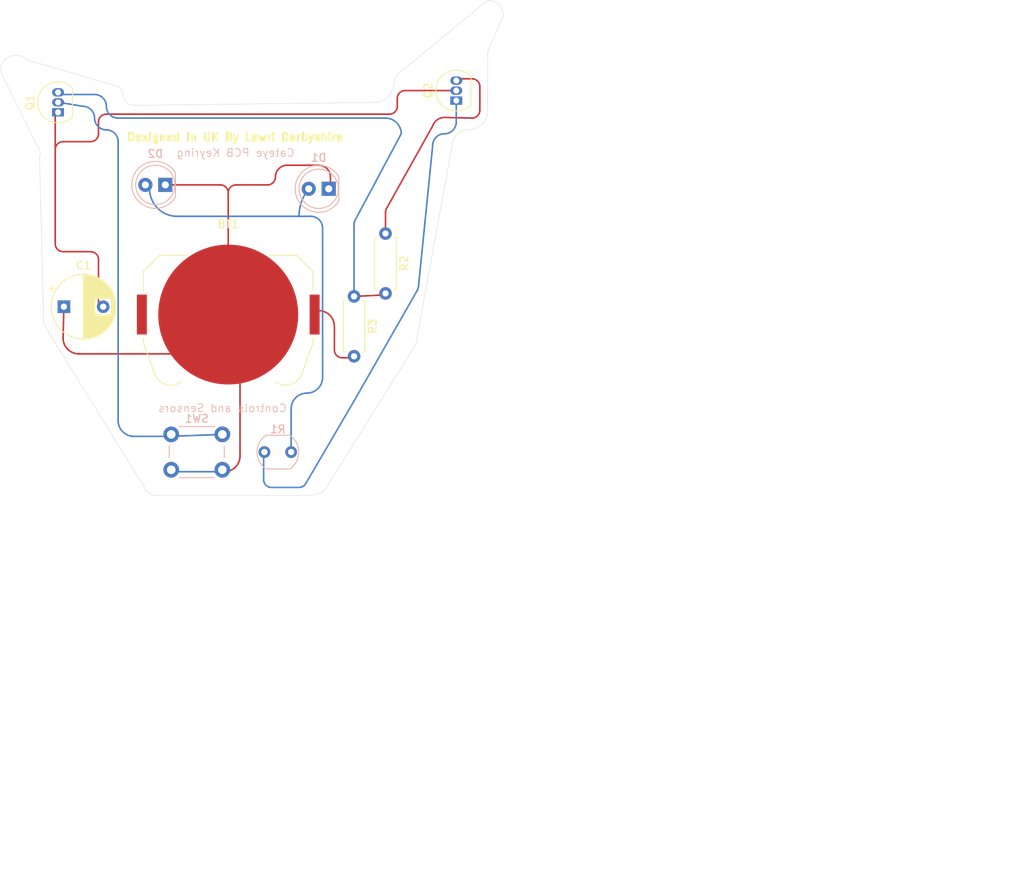
<source format=kicad_pcb>
(kicad_pcb (version 20240108) (generator "pcbnew") (generator_version "8.0")
  (layers (0 "F.Cu" signal) (31 "B.Cu" signal) (34 "B.Paste" user) (35 "F.Paste" user) (36 "B.SilkS" user "B.Silkscreen") (37 "F.SilkS" user "F.Silkscreen") (38 "B.Mask" user) (39 "F.Mask" user) (44 "Edge.Cuts" user))
  (net 0 "")
  (net 1 "Net-(Q1-C)")
  (net 2 "Net-(Q1-B)")
  (net 3 "Net-(Q1-E)")
  (net 4 "Net-(Q2-C)")
  (net 5 "/TO LOAD")
  (net 6 "/GND")
  (net 7 "Net-(BT1-+)")
  (net 8 "Net-(D1-A)")
  (footprint "Capacitor_THT:CP_Radial_D8.0mm_P5.00mm" (layer "F.Cu") (at 60.597349 58.5)
    (property "Reference" "C1" (at 2.5 -5.25 0) (layer "F.SilkS"))
    (property "Value" "C")
    (fp_line (start -1.909698 -2.315) (end -1.109698 -2.315) (stroke (width 0.12)) (layer "F.SilkS"))
    (fp_line (start -1.509698 -2.715) (end -1.509698 -1.915) (stroke (width 0.12)) (layer "F.SilkS"))
    (fp_line (start 2.5 -4.08) (end 2.5 4.08) (stroke (width 0.12)) (layer "F.SilkS"))
    (fp_line (start 2.54 -4.08) (end 2.54 4.08) (stroke (width 0.12)) (layer "F.SilkS"))
    (fp_line (start 2.58 -4.08) (end 2.58 4.08) (stroke (width 0.12)) (layer "F.SilkS"))
    (fp_line (start 2.62 -4.079) (end 2.62 4.079) (stroke (width 0.12)) (layer "F.SilkS"))
    (fp_line (start 2.66 -4.077) (end 2.66 4.077) (stroke (width 0.12)) (layer "F.SilkS"))
    (fp_line (start 2.7 -4.076) (end 2.7 4.076) (stroke (width 0.12)) (layer "F.SilkS"))
    (fp_line (start 2.74 -4.074) (end 2.74 4.074) (stroke (width 0.12)) (layer "F.SilkS"))
    (fp_line (start 2.78 -4.071) (end 2.78 4.071) (stroke (width 0.12)) (layer "F.SilkS"))
    (fp_line (start 2.82 -4.068) (end 2.82 4.068) (stroke (width 0.12)) (layer "F.SilkS"))
    (fp_line (start 2.86 -4.065) (end 2.86 4.065) (stroke (width 0.12)) (layer "F.SilkS"))
    (fp_line (start 2.9 -4.061) (end 2.9 4.061) (stroke (width 0.12)) (layer "F.SilkS"))
    (fp_line (start 2.94 -4.057) (end 2.94 4.057) (stroke (width 0.12)) (layer "F.SilkS"))
    (fp_line (start 2.98 -4.052) (end 2.98 4.052) (stroke (width 0.12)) (layer "F.SilkS"))
    (fp_line (start 3.02 -4.048) (end 3.02 4.048) (stroke (width 0.12)) (layer "F.SilkS"))
    (fp_line (start 3.06 -4.042) (end 3.06 4.042) (stroke (width 0.12)) (layer "F.SilkS"))
    (fp_line (start 3.1 -4.037) (end 3.1 4.037) (stroke (width 0.12)) (layer "F.SilkS"))
    (fp_line (start 3.14 -4.03) (end 3.14 4.03) (stroke (width 0.12)) (layer "F.SilkS"))
    (fp_line (start 3.18 -4.024) (end 3.18 4.024) (stroke (width 0.12)) (layer "F.SilkS"))
    (fp_line (start 3.221 -4.017) (end 3.221 4.017) (stroke (width 0.12)) (layer "F.SilkS"))
    (fp_line (start 3.261 -4.01) (end 3.261 4.01) (stroke (width 0.12)) (layer "F.SilkS"))
    (fp_line (start 3.301 -4.002) (end 3.301 4.002) (stroke (width 0.12)) (layer "F.SilkS"))
    (fp_line (start 3.341 -3.994) (end 3.341 3.994) (stroke (width 0.12)) (layer "F.SilkS"))
    (fp_line (start 3.381 -3.985) (end 3.381 3.985) (stroke (width 0.12)) (layer "F.SilkS"))
    (fp_line (start 3.421 -3.976) (end 3.421 3.976) (stroke (width 0.12)) (layer "F.SilkS"))
    (fp_line (start 3.461 -3.967) (end 3.461 3.967) (stroke (width 0.12)) (layer "F.SilkS"))
    (fp_line (start 3.501 -3.957) (end 3.501 3.957) (stroke (width 0.12)) (layer "F.SilkS"))
    (fp_line (start 3.541 -3.947) (end 3.541 3.947) (stroke (width 0.12)) (layer "F.SilkS"))
    (fp_line (start 3.581 -3.936) (end 3.581 3.936) (stroke (width 0.12)) (layer "F.SilkS"))
    (fp_line (start 3.621 -3.925) (end 3.621 3.925) (stroke (width 0.12)) (layer "F.SilkS"))
    (fp_line (start 3.661 -3.914) (end 3.661 3.914) (stroke (width 0.12)) (layer "F.SilkS"))
    (fp_line (start 3.701 -3.902) (end 3.701 3.902) (stroke (width 0.12)) (layer "F.SilkS"))
    (fp_line (start 3.741 -3.889) (end 3.741 3.889) (stroke (width 0.12)) (layer "F.SilkS"))
    (fp_line (start 3.781 -3.877) (end 3.781 3.877) (stroke (width 0.12)) (layer "F.SilkS"))
    (fp_line (start 3.821 -3.863) (end 3.821 3.863) (stroke (width 0.12)) (layer "F.SilkS"))
    (fp_line (start 3.861 -3.85) (end 3.861 3.85) (stroke (width 0.12)) (layer "F.SilkS"))
    (fp_line (start 3.901 -3.835) (end 3.901 3.835) (stroke (width 0.12)) (layer "F.SilkS"))
    (fp_line (start 3.941 -3.821) (end 3.941 3.821) (stroke (width 0.12)) (layer "F.SilkS"))
    (fp_line (start 3.981 -3.805) (end 3.981 -1.04) (stroke (width 0.12)) (layer "F.SilkS"))
    (fp_line (start 3.981 1.04) (end 3.981 3.805) (stroke (width 0.12)) (layer "F.SilkS"))
    (fp_line (start 4.021 -3.79) (end 4.021 -1.04) (stroke (width 0.12)) (layer "F.SilkS"))
    (fp_line (start 4.021 1.04) (end 4.021 3.79) (stroke (width 0.12)) (layer "F.SilkS"))
    (fp_line (start 4.061 -3.774) (end 4.061 -1.04) (stroke (width 0.12)) (layer "F.SilkS"))
    (fp_line (start 4.061 1.04) (end 4.061 3.774) (stroke (width 0.12)) (layer "F.SilkS"))
    (fp_line (start 4.101 -3.757) (end 4.101 -1.04) (stroke (width 0.12)) (layer "F.SilkS"))
    (fp_line (start 4.101 1.04) (end 4.101 3.757) (stroke (width 0.12)) (layer "F.SilkS"))
    (fp_line (start 4.141 -3.74) (end 4.141 -1.04) (stroke (width 0.12)) (layer "F.SilkS"))
    (fp_line (start 4.141 1.04) (end 4.141 3.74) (stroke (width 0.12)) (layer "F.SilkS"))
    (fp_line (start 4.181 -3.722) (end 4.181 -1.04) (stroke (width 0.12)) (layer "F.SilkS"))
    (fp_line (start 4.181 1.04) (end 4.181 3.722) (stroke (width 0.12)) (layer "F.SilkS"))
    (fp_line (start 4.221 -3.704) (end 4.221 -1.04) (stroke (width 0.12)) (layer "F.SilkS"))
    (fp_line (start 4.221 1.04) (end 4.221 3.704) (stroke (width 0.12)) (layer "F.SilkS"))
    (fp_line (start 4.261 -3.686) (end 4.261 -1.04) (stroke (width 0.12)) (layer "F.SilkS"))
    (fp_line (start 4.261 1.04) (end 4.261 3.686) (stroke (width 0.12)) (layer "F.SilkS"))
    (fp_line (start 4.301 -3.666) (end 4.301 -1.04) (stroke (width 0.12)) (layer "F.SilkS"))
    (fp_line (start 4.301 1.04) (end 4.301 3.666) (stroke (width 0.12)) (layer "F.SilkS"))
    (fp_line (start 4.341 -3.647) (end 4.341 -1.04) (stroke (width 0.12)) (layer "F.SilkS"))
    (fp_line (start 4.341 1.04) (end 4.341 3.647) (stroke (width 0.12)) (layer "F.SilkS"))
    (fp_line (start 4.381 -3.627) (end 4.381 -1.04) (stroke (width 0.12)) (layer "F.SilkS"))
    (fp_line (start 4.381 1.04) (end 4.381 3.627) (stroke (width 0.12)) (layer "F.SilkS"))
    (fp_line (start 4.421 -3.606) (end 4.421 -1.04) (stroke (width 0.12)) (layer "F.SilkS"))
    (fp_line (start 4.421 1.04) (end 4.421 3.606) (stroke (width 0.12)) (layer "F.SilkS"))
    (fp_line (start 4.461 -3.584) (end 4.461 -1.04) (stroke (width 0.12)) (layer "F.SilkS"))
    (fp_line (start 4.461 1.04) (end 4.461 3.584) (stroke (width 0.12)) (layer "F.SilkS"))
    (fp_line (start 4.501 -3.562) (end 4.501 -1.04) (stroke (width 0.12)) (layer "F.SilkS"))
    (fp_line (start 4.501 1.04) (end 4.501 3.562) (stroke (width 0.12)) (layer "F.SilkS"))
    (fp_line (start 4.541 -3.54) (end 4.541 -1.04) (stroke (width 0.12)) (layer "F.SilkS"))
    (fp_line (start 4.541 1.04) (end 4.541 3.54) (stroke (width 0.12)) (layer "F.SilkS"))
    (fp_line (start 4.581 -3.517) (end 4.581 -1.04) (stroke (width 0.12)) (layer "F.SilkS"))
    (fp_line (start 4.581 1.04) (end 4.581 3.517) (stroke (width 0.12)) (layer "F.SilkS"))
    (fp_line (start 4.621 -3.493) (end 4.621 -1.04) (stroke (width 0.12)) (layer "F.SilkS"))
    (fp_line (start 4.621 1.04) (end 4.621 3.493) (stroke (width 0.12)) (layer "F.SilkS"))
    (fp_line (start 4.661 -3.469) (end 4.661 -1.04) (stroke (width 0.12)) (layer "F.SilkS"))
    (fp_line (start 4.661 1.04) (end 4.661 3.469) (stroke (width 0.12)) (layer "F.SilkS"))
    (fp_line (start 4.701 -3.444) (end 4.701 -1.04) (stroke (width 0.12)) (layer "F.SilkS"))
    (fp_line (start 4.701 1.04) (end 4.701 3.444) (stroke (width 0.12)) (layer "F.SilkS"))
    (fp_line (start 4.741 -3.418) (end 4.741 -1.04) (stroke (width 0.12)) (layer "F.SilkS"))
    (fp_line (start 4.741 1.04) (end 4.741 3.418) (stroke (width 0.12)) (layer "F.SilkS"))
    (fp_line (start 4.781 -3.392) (end 4.781 -1.04) (stroke (width 0.12)) (layer "F.SilkS"))
    (fp_line (start 4.781 1.04) (end 4.781 3.392) (stroke (width 0.12)) (layer "F.SilkS"))
    (fp_line (start 4.821 -3.365) (end 4.821 -1.04) (stroke (width 0.12)) (layer "F.SilkS"))
    (fp_line (start 4.821 1.04) (end 4.821 3.365) (stroke (width 0.12)) (layer "F.SilkS"))
    (fp_line (start 4.861 -3.338) (end 4.861 -1.04) (stroke (width 0.12)) (layer "F.SilkS"))
    (fp_line (start 4.861 1.04) (end 4.861 3.338) (stroke (width 0.12)) (layer "F.SilkS"))
    (fp_line (start 4.901 -3.309) (end 4.901 -1.04) (stroke (width 0.12)) (layer "F.SilkS"))
    (fp_line (start 4.901 1.04) (end 4.901 3.309) (stroke (width 0.12)) (layer "F.SilkS"))
    (fp_line (start 4.941 -3.28) (end 4.941 -1.04) (stroke (width 0.12)) (layer "F.SilkS"))
    (fp_line (start 4.941 1.04) (end 4.941 3.28) (stroke (width 0.12)) (layer "F.SilkS"))
    (fp_line (start 4.981 -3.25) (end 4.981 -1.04) (stroke (width 0.12)) (layer "F.SilkS"))
    (fp_line (start 4.981 1.04) (end 4.981 3.25) (stroke (width 0.12)) (layer "F.SilkS"))
    (fp_line (start 5.021 -3.22) (end 5.021 -1.04) (stroke (width 0.12)) (layer "F.SilkS"))
    (fp_line (start 5.021 1.04) (end 5.021 3.22) (stroke (width 0.12)) (layer "F.SilkS"))
    (fp_line (start 5.061 -3.189) (end 5.061 -1.04) (stroke (width 0.12)) (layer "F.SilkS"))
    (fp_line (start 5.061 1.04) (end 5.061 3.189) (stroke (width 0.12)) (layer "F.SilkS"))
    (fp_line (start 5.101 -3.156) (end 5.101 -1.04) (stroke (width 0.12)) (layer "F.SilkS"))
    (fp_line (start 5.101 1.04) (end 5.101 3.156) (stroke (width 0.12)) (layer "F.SilkS"))
    (fp_line (start 5.141 -3.124) (end 5.141 -1.04) (stroke (width 0.12)) (layer "F.SilkS"))
    (fp_line (start 5.141 1.04) (end 5.141 3.124) (stroke (width 0.12)) (layer "F.SilkS"))
    (fp_line (start 5.181 -3.09) (end 5.181 -1.04) (stroke (width 0.12)) (layer "F.SilkS"))
    (fp_line (start 5.181 1.04) (end 5.181 3.09) (stroke (width 0.12)) (layer "F.SilkS"))
    (fp_line (start 5.221 -3.055) (end 5.221 -1.04) (stroke (width 0.12)) (layer "F.SilkS"))
    (fp_line (start 5.221 1.04) (end 5.221 3.055) (stroke (width 0.12)) (layer "F.SilkS"))
    (fp_line (start 5.261 -3.019) (end 5.261 -1.04) (stroke (width 0.12)) (layer "F.SilkS"))
    (fp_line (start 5.261 1.04) (end 5.261 3.019) (stroke (width 0.12)) (layer "F.SilkS"))
    (fp_line (start 5.301 -2.983) (end 5.301 -1.04) (stroke (width 0.12)) (layer "F.SilkS"))
    (fp_line (start 5.301 1.04) (end 5.301 2.983) (stroke (width 0.12)) (layer "F.SilkS"))
    (fp_line (start 5.341 -2.945) (end 5.341 -1.04) (stroke (width 0.12)) (layer "F.SilkS"))
    (fp_line (start 5.341 1.04) (end 5.341 2.945) (stroke (width 0.12)) (layer "F.SilkS"))
    (fp_line (start 5.381 -2.907) (end 5.381 -1.04) (stroke (width 0.12)) (layer "F.SilkS"))
    (fp_line (start 5.381 1.04) (end 5.381 2.907) (stroke (width 0.12)) (layer "F.SilkS"))
    (fp_line (start 5.421 -2.867) (end 5.421 -1.04) (stroke (width 0.12)) (layer "F.SilkS"))
    (fp_line (start 5.421 1.04) (end 5.421 2.867) (stroke (width 0.12)) (layer "F.SilkS"))
    (fp_line (start 5.461 -2.826) (end 5.461 -1.04) (stroke (width 0.12)) (layer "F.SilkS"))
    (fp_line (start 5.461 1.04) (end 5.461 2.826) (stroke (width 0.12)) (layer "F.SilkS"))
    (fp_line (start 5.501 -2.784) (end 5.501 -1.04) (stroke (width 0.12)) (layer "F.SilkS"))
    (fp_line (start 5.501 1.04) (end 5.501 2.784) (stroke (width 0.12)) (layer "F.SilkS"))
    (fp_line (start 5.541 -2.741) (end 5.541 -1.04) (stroke (width 0.12)) (layer "F.SilkS"))
    (fp_line (start 5.541 1.04) (end 5.541 2.741) (stroke (width 0.12)) (layer "F.SilkS"))
    (fp_line (start 5.581 -2.697) (end 5.581 -1.04) (stroke (width 0.12)) (layer "F.SilkS"))
    (fp_line (start 5.581 1.04) (end 5.581 2.697) (stroke (width 0.12)) (layer "F.SilkS"))
    (fp_line (start 5.621 -2.651) (end 5.621 -1.04) (stroke (width 0.12)) (layer "F.SilkS"))
    (fp_line (start 5.621 1.04) (end 5.621 2.651) (stroke (width 0.12)) (layer "F.SilkS"))
    (fp_line (start 5.661 -2.604) (end 5.661 -1.04) (stroke (width 0.12)) (layer "F.SilkS"))
    (fp_line (start 5.661 1.04) (end 5.661 2.604) (stroke (width 0.12)) (layer "F.SilkS"))
    (fp_line (start 5.701 -2.556) (end 5.701 -1.04) (stroke (width 0.12)) (layer "F.SilkS"))
    (fp_line (start 5.701 1.04) (end 5.701 2.556) (stroke (width 0.12)) (layer "F.SilkS"))
    (fp_line (start 5.741 -2.505) (end 5.741 -1.04) (stroke (width 0.12)) (layer "F.SilkS"))
    (fp_line (start 5.741 1.04) (end 5.741 2.505) (stroke (width 0.12)) (layer "F.SilkS"))
    (fp_line (start 5.781 -2.454) (end 5.781 -1.04) (stroke (width 0.12)) (layer "F.SilkS"))
    (fp_line (start 5.781 1.04) (end 5.781 2.454) (stroke (width 0.12)) (layer "F.SilkS"))
    (fp_line (start 5.821 -2.4) (end 5.821 -1.04) (stroke (width 0.12)) (layer "F.SilkS"))
    (fp_line (start 5.821 1.04) (end 5.821 2.4) (stroke (width 0.12)) (layer "F.SilkS"))
    (fp_line (start 5.861 -2.345) (end 5.861 -1.04) (stroke (width 0.12)) (layer "F.SilkS"))
    (fp_line (start 5.861 1.04) (end 5.861 2.345) (stroke (width 0.12)) (layer "F.SilkS"))
    (fp_line (start 5.901 -2.287) (end 5.901 -1.04) (stroke (width 0.12)) (layer "F.SilkS"))
    (fp_line (start 5.901 1.04) (end 5.901 2.287) (stroke (width 0.12)) (layer "F.SilkS"))
    (fp_line (start 5.941 -2.228) (end 5.941 -1.04) (stroke (width 0.12)) (layer "F.SilkS"))
    (fp_line (start 5.941 1.04) (end 5.941 2.228) (stroke (width 0.12)) (layer "F.SilkS"))
    (fp_line (start 5.981 -2.166) (end 5.981 -1.04) (stroke (width 0.12)) (layer "F.SilkS"))
    (fp_line (start 5.981 1.04) (end 5.981 2.166) (stroke (width 0.12)) (layer "F.SilkS"))
    (fp_line (start 6.021 -2.102) (end 6.021 -1.04) (stroke (width 0.12)) (layer "F.SilkS"))
    (fp_line (start 6.021 1.04) (end 6.021 2.102) (stroke (width 0.12)) (layer "F.SilkS"))
    (fp_line (start 6.061 -2.034) (end 6.061 2.034) (stroke (width 0.12)) (layer "F.SilkS"))
    (fp_line (start 6.101 -1.964) (end 6.101 1.964) (stroke (width 0.12)) (layer "F.SilkS"))
    (fp_line (start 6.141 -1.89) (end 6.141 1.89) (stroke (width 0.12)) (layer "F.SilkS"))
    (fp_line (start 6.181 -1.813) (end 6.181 1.813) (stroke (width 0.12)) (layer "F.SilkS"))
    (fp_line (start 6.221 -1.731) (end 6.221 1.731) (stroke (width 0.12)) (layer "F.SilkS"))
    (fp_line (start 6.261 -1.645) (end 6.261 1.645) (stroke (width 0.12)) (layer "F.SilkS"))
    (fp_line (start 6.301 -1.552) (end 6.301 1.552) (stroke (width 0.12)) (layer "F.SilkS"))
    (fp_line (start 6.341 -1.453) (end 6.341 1.453) (stroke (width 0.12)) (layer "F.SilkS"))
    (fp_line (start 6.381 -1.346) (end 6.381 1.346) (stroke (width 0.12)) (layer "F.SilkS"))
    (fp_line (start 6.421 -1.229) (end 6.421 1.229) (stroke (width 0.12)) (layer "F.SilkS"))
    (fp_line (start 6.461 -1.098) (end 6.461 1.098) (stroke (width 0.12)) (layer "F.SilkS"))
    (fp_line (start 6.501 -0.948) (end 6.501 0.948) (stroke (width 0.12)) (layer "F.SilkS"))
    (fp_line (start 6.541 -0.768) (end 6.541 0.768) (stroke (width 0.12)) (layer "F.SilkS"))
    (fp_line (start 6.581 -0.533) (end 6.581 0.533) (stroke (width 0.12)) (layer "F.SilkS"))
    (fp_circle (center 2.5 0) (end 6.62 0) (stroke (width 0.12)) (fill none) (layer "F.SilkS"))
    (pad "1" thru_hole rect (at 0 0) (size 1.6 1.6) (drill 0.8) (layers "*.Cu" "*.Mask") (net 6 "/GND"))
    (pad "2" thru_hole circle (at 5 0) (size 1.6 1.6) (drill 0.8) (layers "*.Cu" "*.Mask") (net 3 "Net-(Q1-E)"))
  )
  (footprint "Package_TO_SOT_THT:TO-92_Inline" (layer "F.Cu") (at 59.86 33.77 90)
    (property "Reference" "Q1" (at 1.27 -3.56 90) (layer "F.SilkS"))
    (property "Value" "2N3904")
    (fp_line (start -0.53 1.85) (end 3.07 1.85) (stroke (width 0.12)) (layer "F.SilkS"))
    (fp_arc (start 1.27 -2.6) (mid 3.672087 -0.994977) (end 3.108478 1.838478) (stroke (width 0.12)) (layer "F.SilkS"))
    (fp_arc (start -0.568478 1.838478) (mid -1.132087 -0.994977) (end 1.27 -2.6) (stroke (width 0.12)) (layer "F.SilkS"))
    (pad "1" thru_hole rect (at 0 0 90) (size 1.05 1.5) (drill 0.75) (layers "*.Cu" "*.Mask") (net 3 "Net-(Q1-E)"))
    (pad "2" thru_hole oval (at 1.27 0 90) (size 1.05 1.5) (drill 0.75) (layers "*.Cu" "*.Mask") (net 2 "Net-(Q1-B)"))
    (pad "3" thru_hole oval (at 2.54 0 90) (size 1.05 1.5) (drill 0.75) (layers "*.Cu" "*.Mask") (net 1 "Net-(Q1-C)"))
  )
  (footprint "Package_TO_SOT_THT:TO-92_Inline" (layer "F.Cu") (at 110.5 32.27 90)
    (property "Reference" "Q2" (at 1.27 -3.56 90) (layer "F.SilkS"))
    (property "Value" "2N3904")
    (fp_line (start -0.53 1.85) (end 3.07 1.85) (stroke (width 0.12)) (layer "F.SilkS"))
    (fp_arc (start 1.27 -2.6) (mid 3.672087 -0.994977) (end 3.108478 1.838478) (stroke (width 0.12)) (layer "F.SilkS"))
    (fp_arc (start -0.568478 1.838478) (mid -1.132087 -0.994977) (end 1.27 -2.6) (stroke (width 0.12)) (layer "F.SilkS"))
    (pad "1" thru_hole rect (at 0 0 90) (size 1.05 1.5) (drill 0.75) (layers "*.Cu" "*.Mask") (net 5 "/TO LOAD"))
    (pad "2" thru_hole oval (at 1.27 0 90) (size 1.05 1.5) (drill 0.75) (layers "*.Cu" "*.Mask") (net 3 "Net-(Q1-E)"))
    (pad "3" thru_hole oval (at 2.54 0 90) (size 1.05 1.5) (drill 0.75) (layers "*.Cu" "*.Mask") (net 4 "Net-(Q2-C)"))
  )
  (footprint "Resistor_THT:R_Axial_DIN0207_L6.3mm_D2.5mm_P7.62mm_Horizontal" (layer "F.Cu") (at 97.5 57.19 -90)
    (property "Reference" "R3" (at 3.81 -2.37 90) (layer "F.SilkS"))
    (property "Value" "R1")
    (fp_line (start 0.54 1.37) (end 7.08 1.37) (stroke (width 0.12)) (layer "F.SilkS"))
    (fp_line (start 7.08 1.37) (end 7.08 1.04) (stroke (width 0.12)) (layer "F.SilkS"))
    (fp_line (start 0.54 1.04) (end 0.54 1.37) (stroke (width 0.12)) (layer "F.SilkS"))
    (fp_line (start 0.54 -1.04) (end 0.54 -1.37) (stroke (width 0.12)) (layer "F.SilkS"))
    (fp_line (start 0.54 -1.37) (end 7.08 -1.37) (stroke (width 0.12)) (layer "F.SilkS"))
    (fp_line (start 7.08 -1.37) (end 7.08 -1.04) (stroke (width 0.12)) (layer "F.SilkS"))
    (pad "1" thru_hole circle (at 0 0 270) (size 1.6 1.6) (drill 0.8) (layers "*.Cu" "*.Mask") (net 1 "Net-(Q1-C)"))
    (pad "2" thru_hole oval (at 7.62 0 270) (size 1.6 1.6) (drill 0.8) (layers "*.Cu" "*.Mask") (net 7 "Net-(BT1-+)"))
  )
  (footprint "Battery:BatteryHolder_Keystone_3034_1x20mm" (layer "F.Cu") (at 81.5 59.5)
    (property "Reference" "BT1" (at 0 -11.5 0) (layer "F.SilkS"))
    (property "Value" "Battery_Cell")
    (fp_line (start -10.78 -5.46) (end -10.78 -3) (stroke (width 0.12)) (layer "F.SilkS"))
    (fp_line (start -10.78 3) (end -10.78 3.63) (stroke (width 0.12)) (layer "F.SilkS"))
    (fp_line (start -10.78 3.63) (end -9.34 7.58) (stroke (width 0.12)) (layer "F.SilkS"))
    (fp_line (start -8.7 -7.54) (end -10.78 -5.46) (stroke (width 0.12)) (layer "F.SilkS"))
    (fp_line (start -5.2 -7.54) (end -8.7 -7.54) (stroke (width 0.12)) (layer "F.SilkS"))
    (fp_line (start 8.7 -7.54) (end 5.2 -7.54) (stroke (width 0.12)) (layer "F.SilkS"))
    (fp_line (start 8.7 -7.54) (end 10.78 -5.46) (stroke (width 0.12)) (layer "F.SilkS"))
    (fp_line (start 10.78 -5.46) (end 10.78 -3) (stroke (width 0.12)) (layer "F.SilkS"))
    (fp_line (start 10.78 3) (end 10.78 3.63) (stroke (width 0.12)) (layer "F.SilkS"))
    (fp_line (start 10.78 3.63) (end 9.34 7.58) (stroke (width 0.12)) (layer "F.SilkS"))
    (fp_arc (start -6.003354 8.56653) (mid -7.921654 8.918738) (end -9.34 7.58) (stroke (width 0.12)) (layer "F.SilkS"))
    (fp_arc (start 9.325243 7.588169) (mid 7.90634 8.911668) (end 6 8.55) (stroke (width 0.12)) (layer "F.SilkS"))
    (pad "1" smd rect (at -10.985 0) (size 1.27 5.08) (layers "F.Cu" "F.Paste" "F.Mask") (net 7 "Net-(BT1-+)"))
    (pad "1" smd rect (at 10.985 0) (size 1.27 5.08) (layers "F.Cu" "F.Paste" "F.Mask") (net 7 "Net-(BT1-+)"))
    (pad "2" smd circle (at 0 0) (size 17.8 17.8) (layers "F.Cu" "F.Mask") (net 6 "/GND"))
  )
  (footprint "Resistor_THT:R_Axial_DIN0207_L6.3mm_D2.5mm_P7.62mm_Horizontal" (layer "F.Cu") (at 101.5 49.19 -90)
    (property "Reference" "R2" (at 3.81 -2.37 90) (layer "F.SilkS"))
    (property "Value" "R")
    (fp_line (start 0.54 1.37) (end 7.08 1.37) (stroke (width 0.12)) (layer "F.SilkS"))
    (fp_line (start 7.08 1.37) (end 7.08 1.04) (stroke (width 0.12)) (layer "F.SilkS"))
    (fp_line (start 0.54 1.04) (end 0.54 1.37) (stroke (width 0.12)) (layer "F.SilkS"))
    (fp_line (start 0.54 -1.04) (end 0.54 -1.37) (stroke (width 0.12)) (layer "F.SilkS"))
    (fp_line (start 0.54 -1.37) (end 7.08 -1.37) (stroke (width 0.12)) (layer "F.SilkS"))
    (fp_line (start 7.08 -1.37) (end 7.08 -1.04) (stroke (width 0.12)) (layer "F.SilkS"))
    (pad "1" thru_hole circle (at 0 0 270) (size 1.6 1.6) (drill 0.8) (layers "*.Cu" "*.Mask") (net 4 "Net-(Q2-C)"))
    (pad "2" thru_hole oval (at 7.62 0 270) (size 1.6 1.6) (drill 0.8) (layers "*.Cu" "*.Mask") (net 1 "Net-(Q1-C)"))
  )
  (footprint "LED_THT:LED_D5.0mm" (layer "B.Cu") (at 73.5 43 180)
    (property "Reference" "D2" (at 1.27 3.96 0) (layer "B.SilkS") (effects (justify mirror)))
    (property "Value" "LED 2")
    (fp_line (start -1.29 -1.545) (end -1.29 1.545) (stroke (width 0.12)) (layer "B.SilkS"))
    (fp_arc (start 4.26 0.000048) (mid 2.071756 2.880501) (end -1.29 1.54483) (stroke (width 0.12)) (layer "B.SilkS"))
    (fp_arc (start -1.29 -1.54483) (mid 2.071756 -2.880501) (end 4.26 -0.000048) (stroke (width 0.12)) (layer "B.SilkS"))
    (fp_circle (center 1.27 0) (end 3.77 0) (stroke (width 0.12)) (fill none) (layer "B.SilkS"))
    (pad "1" thru_hole rect (at 0 0 180) (size 1.8 1.8) (drill 0.9) (layers "*.Cu" "*.Mask") (net 6 "/GND"))
    (pad "2" thru_hole circle (at 2.54 0 180) (size 1.8 1.8) (drill 0.9) (layers "*.Cu" "*.Mask") (net 8 "Net-(D1-A)"))
  )
  (footprint "OptoDevice:R_LDR_5.1x4.3mm_P3.4mm_Vertical" (layer "B.Cu") (at 89.5 77 180)
    (property "Reference" "R1" (at 1.7 2.9 0) (layer "B.SilkS") (effects (justify mirror)))
    (property "Value" "LDR")
    (fp_line (start 3.2 2.15) (end 0.15 2.15) (stroke (width 0.12)) (layer "B.SilkS"))
    (fp_line (start 3.2 -2.15) (end 0.15 -2.15) (stroke (width 0.12)) (layer "B.SilkS"))
    (fp_arc (start 3.244513 -2.118249) (mid 4.321403 0.027338) (end 3.2 2.15) (stroke (width 0.12)) (layer "B.SilkS"))
    (fp_arc (start 0.171766 2.165525) (mid -0.950438 0.013368) (end 0.15 -2.15) (stroke (width 0.12)) (layer "B.SilkS"))
    (pad "1" thru_hole circle (at 0 0 180) (size 1.5 1.5) (drill 0.8) (layers "*.Cu" "*.Mask") (net 8 "Net-(D1-A)"))
    (pad "2" thru_hole circle (at 3.4 0 180) (size 1.5 1.5) (drill 0.8) (layers "*.Cu" "*.Mask") (net 5 "/TO LOAD"))
  )
  (footprint "LED_THT:LED_D5.0mm" (layer "B.Cu") (at 94.275 43.5 180)
    (property "Reference" "D1" (at 1.27 3.96 0) (layer "B.SilkS") (effects (justify mirror)))
    (property "Value" "LED 1")
    (fp_line (start -1.29 -1.545) (end -1.29 1.545) (stroke (width 0.12)) (layer "B.SilkS"))
    (fp_arc (start 4.26 0.000048) (mid 2.071756 2.880501) (end -1.29 1.54483) (stroke (width 0.12)) (layer "B.SilkS"))
    (fp_arc (start -1.29 -1.54483) (mid 2.071756 -2.880501) (end 4.26 -0.000048) (stroke (width 0.12)) (layer "B.SilkS"))
    (fp_circle (center 1.27 0) (end 3.77 0) (stroke (width 0.12)) (fill none) (layer "B.SilkS"))
    (pad "1" thru_hole rect (at 0 0 180) (size 1.8 1.8) (drill 0.9) (layers "*.Cu" "*.Mask") (net 6 "/GND"))
    (pad "2" thru_hole circle (at 2.54 0 180) (size 1.8 1.8) (drill 0.9) (layers "*.Cu" "*.Mask") (net 8 "Net-(D1-A)"))
  )
  (footprint "Button_Switch_THT:SW_PUSH_6mm" (layer "B.Cu") (at 80.75 74.75 180)
    (property "Reference" "SW1" (at 3.25 2 0) (layer "B.SilkS") (effects (justify mirror)))
    (property "Value" "Push Button")
    (fp_line (start 6.75 -1.5) (end 6.75 -3) (stroke (width 0.12)) (layer "B.SilkS"))
    (fp_line (start 5.5 -5.5) (end 1 -5.5) (stroke (width 0.12)) (layer "B.SilkS"))
    (fp_line (start 1 1) (end 5.5 1) (stroke (width 0.12)) (layer "B.SilkS"))
    (fp_line (start -0.25 -3) (end -0.25 -1.5) (stroke (width 0.12)) (layer "B.SilkS"))
    (pad "1" thru_hole circle (at 0 0 90) (size 2 2) (drill 1.1) (layers "*.Cu" "*.Mask") (net 2 "Net-(Q1-B)"))
    (pad "1" thru_hole circle (at 6.5 0 90) (size 2 2) (drill 1.1) (layers "*.Cu" "*.Mask") (net 2 "Net-(Q1-B)"))
    (pad "2" thru_hole circle (at 0 -4.5 90) (size 2 2) (drill 1.1) (layers "*.Cu" "*.Mask") (net 6 "/GND"))
    (pad "2" thru_hole circle (at 6.5 -4.5 90) (size 2 2) (drill 1.1) (layers "*.Cu" "*.Mask") (net 6 "/GND"))
  )
  (gr_arc (start 87.5 42) (mid 87.93934 40.93934) (end 89 40.5) (stroke (width 0.2)) (layer "F.Cu") (net 6))
  (gr_arc (start 59.5 38.5) (mid 59.792893 37.792893) (end 60.5 37.5) (stroke (width 0.2)) (layer "F.Cu") (net 3))
  (gr_line (start 105.5 31) (end 104 31) (stroke (width 0.2)) (layer "F.Cu") (net 3))
  (gr_line (start 81.5 44) (end 81.5 51.5) (stroke (width 0.2)) (layer "F.Cu") (net 6))
  (gr_line (start 69.5 34) (end 66 34) (stroke (width 0.2)) (layer "F.Cu") (net 3))
  (gr_arc (start 87.5 42) (mid 87.207107 42.707107) (end 86.5 43) (stroke (width 0.2)) (layer "F.Cu") (net 6))
  (gr_arc (start 64 51.5) (mid 64.707107 51.792893) (end 65 52.5) (stroke (width 0.2)) (layer "F.Cu") (net 3))
  (gr_arc (start 80.5 43) (mid 81.207107 43.292893) (end 81.5 44) (stroke (width 0.2)) (layer "F.Cu") (net 6))
  (gr_line (start 94.5 43.5) (end 94.5 42) (stroke (width 0.2)) (layer "F.Cu") (net 6))
  (gr_arc (start 60.5 51.5) (mid 59.792893 51.207107) (end 59.5 50.5) (stroke (width 0.2)) (layer "F.Cu") (net 3))
  (gr_line (start 101.5 57) (end 97.5 57.19) (stroke (width 0.2)) (layer "F.Cu") (net 1))
  (gr_line (start 60.597349 58.5) (end 60.5 62.5) (stroke (width 0.2)) (layer "F.Cu") (net 6))
  (gr_line (start 63.5 51.5) (end 60.5 51.5) (stroke (width 0.2)) (layer "F.Cu") (net 3))
  (gr_arc (start 62.5 64.5) (mid 61.085786 63.914214) (end 60.5 62.5) (stroke (width 0.2)) (layer "F.Cu") (net 6))
  (gr_line (start 107 31) (end 110.5 31) (stroke (width 0.2)) (layer "F.Cu") (net 3))
  (gr_line (start 83 77.5) (end 83 65) (stroke (width 0.2)) (layer "F.Cu") (net 6))
  (gr_line (start 113.5 33.5) (end 113.5 30.5) (stroke (width 0.2)) (layer "F.Cu") (net 4))
  (gr_arc (start 83 77.5) (mid 82.414214 78.914214) (end 81 79.5) (stroke (width 0.2)) (layer "F.Cu") (net 6))
  (gr_line (start 65 52.5) (end 65 58.5) (stroke (width 0.2)) (layer "F.Cu") (net 3))
  (gr_line (start 107 31) (end 105.5 31) (stroke (width 0.2)) (layer "F.Cu") (net 3))
  (gr_line (start 103 32.5) (end 103 32) (stroke (width 0.2)) (layer "F.Cu") (net 3))
  (gr_line (start 109 34.418862) (end 112.5 34.5) (stroke (width 0.2)) (layer "F.Cu") (net 4))
  (gr_line (start 62.5 64.5) (end 75 64.5) (stroke (width 0.2)) (layer "F.Cu") (net 6))
  (gr_line (start 63.5 51.5) (end 64 51.5) (stroke (width 0.2)) (layer "F.Cu") (net 3))
  (gr_line (start 64 37.5) (end 60.5 37.5) (stroke (width 0.2)) (layer "F.Cu") (net 3))
  (gr_line (start 86.5 43) (end 82.5 43) (stroke (width 0.2)) (layer "F.Cu") (net 6))
  (gr_line (start 103 32.5) (end 103 33) (stroke (width 0.2)) (layer "F.Cu") (net 3))
  (gr_line (start 101.5 48.5) (end 101.5 46.5) (stroke (width 0.2)) (layer "F.Cu") (net 4))
  (gr_arc (start 103 32) (mid 103.292893 31.292893) (end 104 31) (stroke (width 0.2)) (layer "F.Cu") (net 3))
  (gr_arc (start 113.5 33.5) (mid 113.207107 34.207107) (end 112.5 34.5) (stroke (width 0.2)) (layer "F.Cu") (net 4))
  (gr_arc (start 65 36.5) (mid 64.707107 37.207107) (end 64 37.5) (stroke (width 0.2)) (layer "F.Cu") (net 3))
  (gr_arc (start 101.5 46.5) (mid 101.526751 46.270247) (end 101.605573 46.052786) (stroke (width 0.2)) (layer "F.Cu") (net 4))
  (gr_line (start 95 64) (end 95 61) (stroke (width 0.2)) (layer "F.Cu") (net 7))
  (gr_line (start 101.605573 46.052786) (end 107.5 35.5) (stroke (width 0.2)) (layer "F.Cu") (net 4))
  (gr_line (start 59.5 50.5) (end 59.5 34) (stroke (width 0.2)) (layer "F.Cu") (net 3))
  (gr_line (start 65 35) (end 65 36.5) (stroke (width 0.2)) (layer "F.Cu") (net 3))
  (gr_arc (start 65 35) (mid 65.292893 34.292893) (end 66 34) (stroke (width 0.2)) (layer "F.Cu") (net 3))
  (gr_line (start 73.5 43) (end 80.5 43) (stroke (width 0.2)) (layer "F.Cu") (net 6))
  (gr_line (start 102 34) (end 68.5 34) (stroke (width 0.2)) (layer "F.Cu") (net 3))
  (gr_arc (start 96 65) (mid 95.292893 64.707107) (end 95 64) (stroke (width 0.2)) (layer "F.Cu") (net 7))
  (gr_arc (start 93 40.5) (mid 94.06066 40.93934) (end 94.5 42) (stroke (width 0.2)) (layer "F.Cu") (net 6))
  (gr_arc (start 81.5 44) (mid 81.792893 43.292893) (end 82.5 43) (stroke (width 0.2)) (layer "F.Cu") (net 6))
  (gr_arc (start 93 59) (mid 94.414214 59.585786) (end 95 61) (stroke (width 0.2)) (layer "F.Cu") (net 7))
  (gr_line (start 112.5 29.5) (end 110.5 29.5) (stroke (width 0.2)) (layer "F.Cu") (net 4))
  (gr_arc (start 112.5 29.5) (mid 113.207107 29.792893) (end 113.5 30.5) (stroke (width 0.2)) (layer "F.Cu") (net 4))
  (gr_arc (start 107.500001 35.5) (mid 108.075493 34.717314) (end 109 34.418862) (stroke (width 0.2)) (layer "F.Cu") (net 4))
  (gr_arc (start 103 33) (mid 102.707107 33.707107) (end 102 34) (stroke (width 0.2)) (layer "F.Cu") (net 3))
  (gr_line (start 93 40.5) (end 89 40.5) (stroke (width 0.2)) (layer "F.Cu") (net 6))
  (gr_line (start 97.5 65) (end 96 65) (stroke (width 0.2)) (layer "F.Cu") (net 7))
  (gr_line (start 83.5 67) (end 83.5 65.5) (stroke (width 0.2)) (layer "F.Cu") (net 6))
  (gr_line (start 64.5 31.5) (end 60 31.5) (stroke (width 0.2)) (layer "B.Cu") (net 1))
  (gr_line (start 74.5 79.5) (end 80.5 79.5) (stroke (width 0.2)) (layer "B.Cu") (net 6))
  (gr_line (start 87 81.5) (end 90.5 81.5) (stroke (width 0.2)) (layer "B.Cu") (net 5))
  (gr_line (start 74 75) (end 80.75 74.75) (stroke (width 0.2)) (layer "B.Cu") (net 2))
  (gr_arc (start 90.5 47) (mid 90.797697 45.21505) (end 91.658563 43.623327) (stroke (width 0.2)) (layer "B.Cu") (net 8))
  (gr_arc (start 69.5 75) (mid 68.085786 74.414214) (end 67.5 73) (stroke (width 0.2)) (layer "B.Cu") (net 2))
  (gr_line (start 63 33) (end 60 32.5) (stroke (width 0.2)) (layer "B.Cu") (net 2))
  (gr_line (start 105.5 56.5) (end 97.5 70.5) (stroke (width 0.2)) (layer "B.Cu") (net 5))
  (gr_arc (start 67.5 34.5) (mid 66.43934 34.06066) (end 66 33) (stroke (width 0.2)) (layer "B.Cu") (net 1))
  (gr_arc (start 105.736067 55.5) (mid 105.67625 56.013743) (end 105.499999 56.5) (stroke (width 0.2)) (layer "B.Cu") (net 5))
  (gr_arc (start 92 47) (mid 93.06066 47.43934) (end 93.5 48.5) (stroke (width 0.2)) (layer "B.Cu") (net 8))
  (gr_arc (start 93.5 67.5) (mid 92.914214 68.914214) (end 91.5 69.5) (stroke (width 0.2)) (layer "B.Cu") (net 8))
  (gr_arc (start 66 36) (mid 64.93934 35.56066) (end 64.5 34.5) (stroke (width 0.2)) (layer "B.Cu") (net 2))
  (gr_arc (start 87 81.5) (mid 86.292893 81.207107) (end 86 80.5) (stroke (width 0.2)) (layer "B.Cu") (net 5))
  (gr_arc (start 75 47) (mid 72.376126 45.816309) (end 71.527027 43.065878) (stroke (width 0.2)) (layer "B.Cu") (net 8))
  (gr_arc (start 64.5 31.5) (mid 65.56066 31.93934) (end 66 33) (stroke (width 0.2)) (layer "B.Cu") (net 1))
  (gr_arc (start 63 33) (mid 64.06066 33.43934) (end 64.5 34.5) (stroke (width 0.2)) (layer "B.Cu") (net 2))
  (gr_line (start 92 47) (end 75 47) (stroke (width 0.2)) (layer "B.Cu") (net 8))
  (gr_line (start 67.5 73) (end 67.5 37.5) (stroke (width 0.2)) (layer "B.Cu") (net 2))
  (gr_arc (start 110.500001 35) (mid 110.060661 36.060661) (end 109 36.500001) (stroke (width 0.2)) (layer "B.Cu") (net 5))
  (gr_line (start 97.605573 47.552786) (end 103.5 36.5) (stroke (width 0.2)) (layer "B.Cu") (net 1))
  (gr_line (start 101.5 34.5) (end 67.5 34.5) (stroke (width 0.2)) (layer "B.Cu") (net 1))
  (gr_line (start 74 75) (end 69.5 75) (stroke (width 0.2)) (layer "B.Cu") (net 2))
  (gr_line (start 97.5 57) (end 97.5 48) (stroke (width 0.2)) (layer "B.Cu") (net 1))
  (gr_arc (start 97.5 48) (mid 97.526751 47.770247) (end 97.605573 47.552786) (stroke (width 0.2)) (layer "B.Cu") (net 1))
  (gr_line (start 91.394427 80.947214) (end 97.5 70.5) (stroke (width 0.2)) (layer "B.Cu") (net 5))
  (gr_arc (start 66 36) (mid 67.06066 36.43934) (end 67.5 37.5) (stroke (width 0.2)) (layer "B.Cu") (net 2))
  (gr_arc (start 101.5 34.5) (mid 102.914214 35.085786) (end 103.5 36.5) (stroke (width 0.2)) (layer "B.Cu") (net 1))
  (gr_arc (start 107.939341 36.939341) (mid 108.425975 36.614182) (end 109 36.500001) (stroke (width 0.2)) (layer "B.Cu") (net 5))
  (gr_arc (start 107.5 38) (mid 107.614181 37.425975) (end 107.93934 36.93934) (stroke (width 0.2)) (layer "B.Cu") (net 5))
  (gr_line (start 86 77) (end 86 80.5) (stroke (width 0.2)) (layer "B.Cu") (net 5))
  (gr_arc (start 91.394427 80.947214) (mid 91.025731 81.350651) (end 90.5 81.5) (stroke (width 0.2)) (layer "B.Cu") (net 5))
  (gr_line (start 93.5 67.5) (end 93.5 48.5) (stroke (width 0.2)) (layer "B.Cu") (net 8))
  (gr_arc (start 89.5 71.5) (mid 90.085786 70.085786) (end 91.5 69.5) (stroke (width 0.2)) (layer "B.Cu") (net 8))
  (gr_line (start 110.500001 35) (end 110.5 32.5) (stroke (width 0.2)) (layer "B.Cu") (net 5))
  (gr_line (start 105.736067 55.5) (end 107.5 38) (stroke (width 0.2)) (layer "B.Cu") (net 5))
  (gr_line (start 89.5 77) (end 89.5 71.5) (stroke (width 0.2)) (layer "B.Cu") (net 8))
  (gr_line (start 110.038839 37.607768) (end 105.5 62.5) (stroke (width 0.05)) (layer "Edge.Cuts"))
  (gr_arc (start 110.038839 37.607768) (mid 110.732022 36.453316) (end 112 36) (stroke (width 0.05)) (layer "Edge.Cuts"))
  (gr_arc (start 69.5 32.881967) (mid 68.522802 32.477198) (end 68.118033 31.5) (stroke (width 0.05)) (layer "Edge.Cuts"))
  (gr_arc (start 72 82.5) (mid 71.517758 82.247878) (end 71.096057 81.903943) (stroke (width 0.05)) (layer "Edge.Cuts"))
  (gr_line (start 114.5 26) (end 114.5 33.5) (stroke (width 0.05)) (layer "Edge.Cuts"))
  (gr_line (start 57.118033 37.881967) (end 52.5 28.5) (stroke (width 0.05)) (layer "Edge.Cuts"))
  (gr_arc (start 114.5 33.5) (mid 113.767767 35.267767) (end 112 36) (stroke (width 0.05)) (layer "Edge.Cuts"))
  (gr_line (start 92 82.5) (end 72 82.5) (stroke (width 0.05)) (layer "Edge.Cuts"))
  (gr_arc (start 102.499999 30.5) (mid 101.802775 31.802775) (end 100.5 32.499999) (stroke (width 0.05)) (layer "Edge.Cuts"))
  (gr_arc (start 57.118033 37.881967) (mid 57.53884 38.636729) (end 57.499999 39.5) (stroke (width 0.05)) (layer "Edge.Cuts"))
  (gr_line (start 103.881966 28.263931) (end 114.5 19.5) (stroke (width 0.05)) (layer "Edge.Cuts"))
  (gr_line (start 105.164101 63.6094) (end 94 81.5) (stroke (width 0.05)) (layer "Edge.Cuts"))
  (gr_line (start 58.025126 60.353553) (end 57.5 39.5) (stroke (width 0.05)) (layer "Edge.Cuts"))
  (gr_arc (start 52.5 28.5) (mid 53.734633 26.652241) (end 55.914214 27.085786) (stroke (width 0.05)) (layer "Edge.Cuts"))
  (gr_arc (start 102.499999 30.5) (mid 102.873372 29.185672) (end 103.881966 28.263931) (stroke (width 0.05)) (layer "Edge.Cuts"))
  (gr_arc (start 67.5 30.500001) (mid 67.951056 30.912215) (end 68.118033 31.5) (stroke (width 0.05)) (layer "Edge.Cuts"))
  (gr_arc (start 94 81.5) (mid 93.118034 82.236068) (end 92 82.5) (stroke (width 0.05)) (layer "Edge.Cuts"))
  (gr_line (start 71.096057 81.903943) (end 58.5 61.5) (stroke (width 0.05)) (layer "Edge.Cuts"))
  (gr_line (start 116.5 21.5) (end 114.5 26) (stroke (width 0.05)) (layer "Edge.Cuts"))
  (gr_arc (start 58.5 61.5) (mid 58.190301 60.956708) (end 58.025126 60.353553) (stroke (width 0.05)) (layer "Edge.Cuts"))
  (gr_line (start 69.5 32.881967) (end 100.5 32.5) (stroke (width 0.05)) (layer "Edge.Cuts"))
  (gr_arc (start 105.5 62.5) (mid 105.414184 63.079568) (end 105.164101 63.6094) (stroke (width 0.05)) (layer "Edge.Cuts"))
  (gr_line (start 55.914214 27.085786) (end 67.5 30.5) (stroke (width 0.05)) (layer "Edge.Cuts"))
  (gr_arc (start 114.5 19.5) (mid 115.914214 20.085786) (end 116.5 21.5) (stroke (width 0.05)) (layer "Edge.Cuts"))
  (gr_text "Controls and Sensors" (at 89 72 -0) (layer "B.SilkS") (effects (font (size 1 1) (thickness 0.1)) (justify left bottom mirror)))
  (gr_text "Cateye PCB Keyring" (at 90 39.5 -0) (layer "B.SilkS") (effects (font (size 1 1) (thickness 0.1)) (justify left bottom mirror)))
  (gr_text "Designed In UK By Lawri Darbyshire" (at 68.5 37.5 0) (layer "F.SilkS") (effects (font (size 1 1) (thickness 0.25) (bold yes)) (justify left bottom)))
)
</source>
